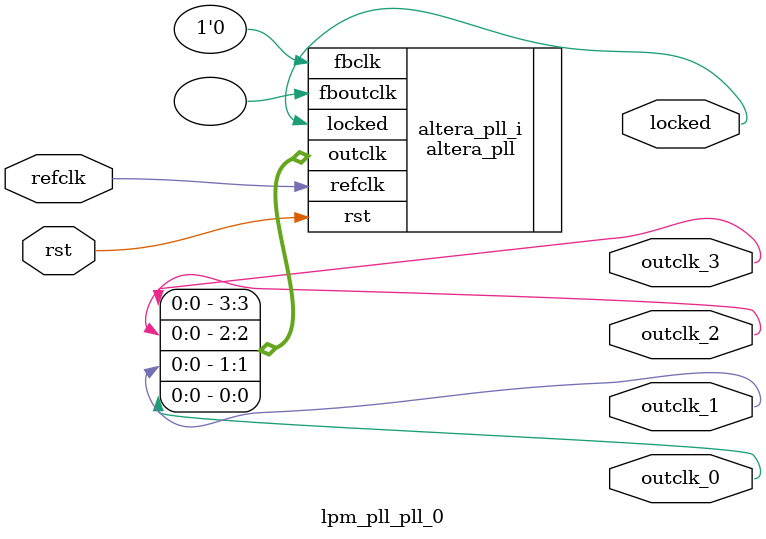
<source format=v>
`timescale 1ns/10ps
module  lpm_pll_pll_0(

	// interface 'refclk'
	input wire refclk,

	// interface 'reset'
	input wire rst,

	// interface 'outclk0'
	output wire outclk_0,

	// interface 'outclk1'
	output wire outclk_1,

	// interface 'outclk2'
	output wire outclk_2,

	// interface 'outclk3'
	output wire outclk_3,

	// interface 'locked'
	output wire locked
);

	altera_pll #(
		.fractional_vco_multiplier("false"),
		.reference_clock_frequency("50.0 MHz"),
		.operation_mode("direct"),
		.number_of_clocks(4),
		.output_clock_frequency0("40.000000 MHz"),
		.phase_shift0("0 ps"),
		.duty_cycle0(50),
		.output_clock_frequency1("40.000000 MHz"),
		.phase_shift1("6250 ps"),
		.duty_cycle1(50),
		.output_clock_frequency2("40.000000 MHz"),
		.phase_shift2("12500 ps"),
		.duty_cycle2(50),
		.output_clock_frequency3("40.000000 MHz"),
		.phase_shift3("18750 ps"),
		.duty_cycle3(50),
		.output_clock_frequency4("0 MHz"),
		.phase_shift4("0 ps"),
		.duty_cycle4(50),
		.output_clock_frequency5("0 MHz"),
		.phase_shift5("0 ps"),
		.duty_cycle5(50),
		.output_clock_frequency6("0 MHz"),
		.phase_shift6("0 ps"),
		.duty_cycle6(50),
		.output_clock_frequency7("0 MHz"),
		.phase_shift7("0 ps"),
		.duty_cycle7(50),
		.output_clock_frequency8("0 MHz"),
		.phase_shift8("0 ps"),
		.duty_cycle8(50),
		.output_clock_frequency9("0 MHz"),
		.phase_shift9("0 ps"),
		.duty_cycle9(50),
		.output_clock_frequency10("0 MHz"),
		.phase_shift10("0 ps"),
		.duty_cycle10(50),
		.output_clock_frequency11("0 MHz"),
		.phase_shift11("0 ps"),
		.duty_cycle11(50),
		.output_clock_frequency12("0 MHz"),
		.phase_shift12("0 ps"),
		.duty_cycle12(50),
		.output_clock_frequency13("0 MHz"),
		.phase_shift13("0 ps"),
		.duty_cycle13(50),
		.output_clock_frequency14("0 MHz"),
		.phase_shift14("0 ps"),
		.duty_cycle14(50),
		.output_clock_frequency15("0 MHz"),
		.phase_shift15("0 ps"),
		.duty_cycle15(50),
		.output_clock_frequency16("0 MHz"),
		.phase_shift16("0 ps"),
		.duty_cycle16(50),
		.output_clock_frequency17("0 MHz"),
		.phase_shift17("0 ps"),
		.duty_cycle17(50),
		.pll_type("General"),
		.pll_subtype("General")
	) altera_pll_i (
		.rst	(rst),
		.outclk	({outclk_3, outclk_2, outclk_1, outclk_0}),
		.locked	(locked),
		.fboutclk	( ),
		.fbclk	(1'b0),
		.refclk	(refclk)
	);
endmodule


</source>
